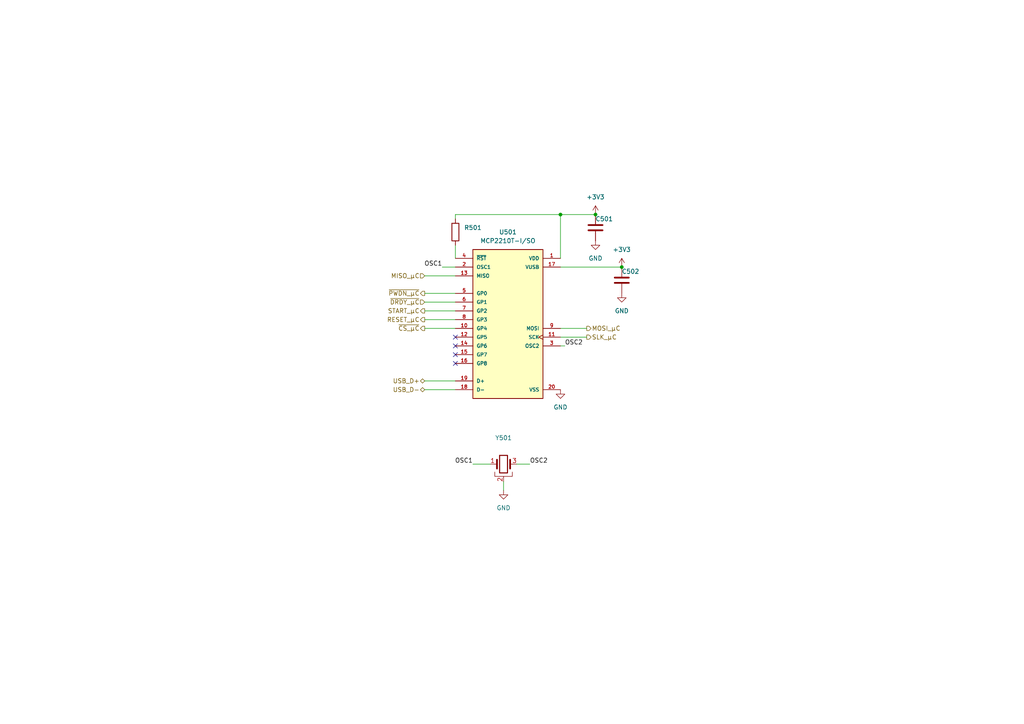
<source format=kicad_sch>
(kicad_sch (version 20211123) (generator eeschema)
  (paper "A4")
  (lib_symbols
    (symbol "Device:C" (pin_numbers hide) (pin_names (offset 0.254))
      (property "Reference" "C" (at 0.635 2.54 0))
      (property "Value" "C" (at 0.635 -2.54 0))
      (symbol "C_0_1"
        (polyline (pts (xy -2.032 -0.762) (xy 2.032 -0.762)) (stroke (width 0.508)))
        (polyline (pts (xy -2.032 0.762) (xy 2.032 0.762)) (stroke (width 0.508)))
      )
      (symbol "C_1_1"
        (pin passive line (at 0 3.81 270) (length 2.794) (name "~") (number "1"))
        (pin passive line (at 0 -3.81 90) (length 2.794) (name "~") (number "2"))
      )
    )
    (symbol "Device:Crystal_GND2" (pin_names (offset 1.016) hide)
      (property "Reference" "Y" (at 0 5.715 0))
      (property "Value" "Crystal_GND2" (at 0 3.81 0))
      (symbol "Crystal_GND2_0_1"
        (rectangle (start -1.143 2.54) (end 1.143 -2.54) (stroke (width 0.3048)))
        (polyline (pts (xy -2.54 0) (xy -1.905 0)))
        (polyline (pts (xy -1.905 -1.27) (xy -1.905 1.27)) (stroke (width 0.508)))
        (polyline (pts (xy 0 -3.81) (xy 0 -3.556)))
        (polyline (pts (xy 1.905 0) (xy 2.54 0)))
        (polyline (pts (xy 1.905 1.27) (xy 1.905 -1.27)) (stroke (width 0.508)))
        (polyline (pts (xy -2.54 -2.286) (xy -2.54 -3.556) (xy 2.54 -3.556) (xy 2.54 -2.286)))
      )
      (symbol "Crystal_GND2_1_1"
        (pin passive line (at -3.81 0 0) (length 1.27) (name "1") (number "1"))
        (pin passive line (at 0 -5.08 90) (length 1.27) (name "2") (number "2"))
        (pin passive line (at 3.81 0 180) (length 1.27) (name "3") (number "3"))
      )
    )
    (symbol "Device:R" (pin_numbers hide) (pin_names (offset 0))
      (property "Reference" "R" (at 2.032 0 90))
      (property "Value" "R" (at 0 0 90))
      (symbol "R_0_1"
        (rectangle (start -1.016 -2.54) (end 1.016 2.54) (stroke (width 0.254)))
      )
      (symbol "R_1_1"
        (pin passive line (at 0 3.81 270) (length 1.27) (name "~") (number "1"))
        (pin passive line (at 0 -3.81 90) (length 1.27) (name "~") (number "2"))
      )
    )
    (symbol "MCP2210T-I_SO:MCP2210T-I{slash}SO" (pin_names (offset 1.016))
      (property "Reference" "U" (at -9.9314 20.8788 0))
      (property "Value" "MCP2210T-I{slash}SO" (at -9.6774 -24.7142 0))
      (symbol "MCP2210T-I{slash}SO_0_0"
        (rectangle (start -10.16 -22.86) (end 10.16 20.32) (stroke (width 0.254)) (fill (type background)))
        (pin power_in line (at 15.24 17.78 180) (length 5.08) (name "VDD") (number "1"))
        (pin bidirectional line (at -15.24 -2.54 0) (length 5.08) (name "GP4") (number "10"))
        (pin output clock (at 15.24 -5.08 180) (length 5.08) (name "SCK") (number "11"))
        (pin bidirectional line (at -15.24 -5.08 0) (length 5.08) (name "GP5") (number "12"))
        (pin input line (at -15.24 12.7 0) (length 5.08) (name "MISO") (number "13"))
        (pin bidirectional line (at -15.24 -7.62 0) (length 5.08) (name "GP6") (number "14"))
        (pin bidirectional line (at -15.24 -10.16 0) (length 5.08) (name "GP7") (number "15"))
        (pin bidirectional line (at -15.24 -12.7 0) (length 5.08) (name "GP8") (number "16"))
        (pin power_in line (at 15.24 15.24 180) (length 5.08) (name "VUSB") (number "17"))
        (pin bidirectional line (at -15.24 -20.32 0) (length 5.08) (name "D-") (number "18"))
        (pin bidirectional line (at -15.24 -17.78 0) (length 5.08) (name "D+") (number "19"))
        (pin input line (at -15.24 15.24 0) (length 5.08) (name "OSC1") (number "2"))
        (pin power_in line (at 15.24 -20.32 180) (length 5.08) (name "VSS") (number "20"))
        (pin output line (at 15.24 -7.62 180) (length 5.08) (name "OSC2") (number "3"))
        (pin input line (at -15.24 17.78 0) (length 5.08) (name "~{RST}") (number "4"))
        (pin bidirectional line (at -15.24 7.62 0) (length 5.08) (name "GP0") (number "5"))
        (pin bidirectional line (at -15.24 5.08 0) (length 5.08) (name "GP1") (number "6"))
        (pin bidirectional line (at -15.24 2.54 0) (length 5.08) (name "GP2") (number "7"))
        (pin bidirectional line (at -15.24 0 0) (length 5.08) (name "GP3") (number "8"))
        (pin output line (at 15.24 -2.54 180) (length 5.08) (name "MOSI") (number "9"))
      )
    )
    (symbol "power:+3.3V" (power) (pin_names (offset 0))
      (property "Value" "+3.3V" (at 0 3.556 0))
      (symbol "+3.3V_0_1"
        (polyline (pts (xy -0.762 1.27) (xy 0 2.54)))
        (polyline (pts (xy 0 0) (xy 0 2.54)))
        (polyline (pts (xy 0 2.54) (xy 0.762 1.27)))
      )
      (symbol "+3.3V_1_1"
        (pin power_in line (at 0 0 90) (length 0) hide (name "+3V3") (number "1"))
      )
    )
    (symbol "power:GND" (power) (pin_names (offset 0))
      (property "Value" "GND" (at 0 -3.81 0))
      (symbol "GND_0_1"
        (polyline (pts (xy 0 0) (xy 0 -1.27) (xy 1.27 -1.27) (xy 0 -2.54) (xy -1.27 -1.27) (xy 0 -1.27)))
      )
      (symbol "GND_1_1"
        (pin power_in line (at 0 0 270) (length 0) hide (name "GND") (number "1"))
      )
    )
  )
  (junction (at 162.56 62.23))
  (junction (at 172.72 62.23))
  (junction (at 180.34 77.47))
  (no_connect (at 132.08 105.41))
  (no_connect (at 132.08 102.87))
  (no_connect (at 132.08 97.79))
  (no_connect (at 132.08 100.33))
  (wire (pts (xy 132.08 63.5) (xy 132.08 62.23)))
  (wire (pts (xy 162.56 62.23) (xy 162.56 74.93)))
  (wire (pts (xy 149.86 134.62) (xy 153.67 134.62)))
  (wire (pts (xy 123.19 85.09) (xy 132.08 85.09)))
  (wire (pts (xy 162.56 77.47) (xy 180.34 77.47)))
  (wire (pts (xy 162.56 97.79) (xy 170.18 97.79)))
  (wire (pts (xy 123.19 113.03) (xy 132.08 113.03)))
  (wire (pts (xy 132.08 71.12) (xy 132.08 74.93)))
  (wire (pts (xy 162.56 95.25) (xy 170.18 95.25)))
  (wire (pts (xy 123.19 110.49) (xy 132.08 110.49)))
  (wire (pts (xy 162.56 62.23) (xy 172.72 62.23)))
  (wire (pts (xy 128.27 77.47) (xy 132.08 77.47)))
  (wire (pts (xy 123.19 90.17) (xy 132.08 90.17)))
  (wire (pts (xy 132.08 62.23) (xy 162.56 62.23)))
  (wire (pts (xy 123.19 80.01) (xy 132.08 80.01)))
  (wire (pts (xy 123.19 87.63) (xy 132.08 87.63)))
  (wire (pts (xy 123.19 95.25) (xy 132.08 95.25)))
  (wire (pts (xy 146.05 139.7) (xy 146.05 142.24)))
  (wire (pts (xy 123.19 92.71) (xy 132.08 92.71)))
  (wire (pts (xy 162.56 100.33) (xy 163.83 100.33)))
  (wire (pts (xy 137.16 134.62) (xy 142.24 134.62)))
  (label "OSC1" (at 128.27 77.47 180))
  (label "OSC2" (at 153.67 134.62 0))
  (label "OSC2" (at 163.83 100.33 0))
  (label "OSC1" (at 137.16 134.62 180))
  (hierarchical_label "USB_D-" (shape bidirectional) (at 123.19 113.03 180))
  (hierarchical_label "SLK_µC" (shape output) (at 170.18 97.79 0))
  (hierarchical_label "START_µC" (shape output) (at 123.19 90.17 180))
  (hierarchical_label "MISO_µC" (shape input) (at 123.19 80.01 180))
  (hierarchical_label "~{DRDY_µC}" (shape input) (at 123.19 87.63 180))
  (hierarchical_label "~{CS_µC}" (shape output) (at 123.19 95.25 180))
  (hierarchical_label "RESET_µC" (shape output) (at 123.19 92.71 180))
  (hierarchical_label "~{PWDN_µC}" (shape output) (at 123.19 85.09 180))
  (hierarchical_label "USB_D+" (shape bidirectional) (at 123.19 110.49 180))
  (hierarchical_label "MOSI_µC" (shape output) (at 170.18 95.25 0))
  (symbol (lib_id "Device:C") (at 172.72 66.04 0) (unit 1)
    (property "Reference" "C501" (at 175.26 63.5 0))
  )
  (symbol (lib_id "power:GND") (at 146.05 142.24 0) (unit 1)
    (property "Reference" "#PWR0501" (effects hide))
  )
  (symbol (lib_id "power:+3.3V") (at 180.34 77.47 0) (unit 1)
    (property "Reference" "#PWR0505" (effects hide))
  )
  (symbol (lib_id "MCP2210T-I_SO:MCP2210T-I{slash}SO") (at 147.32 92.71 0) (unit 1)
    (property "Reference" "U501" (at 147.32 67.31 0))
    (property "Value" "MCP2210T-I/SO" (at 147.32 69.85 0))
    (property "Footprint" "SOIC127P1030X265-20N" (effects hide))
    (property "MANUFACTURER" "Microchip" (effects hide))
  )
  (symbol (lib_id "power:GND") (at 172.72 69.85 0) (unit 1)
    (property "Reference" "#PWR0504" (effects hide))
  )
  (symbol (lib_id "Device:C") (at 180.34 81.28 0) (unit 1)
    (property "Reference" "C502" (at 182.88 78.74 0))
  )
  (symbol (lib_id "power:GND") (at 180.34 85.09 0) (unit 1)
    (property "Reference" "#PWR0506" (effects hide))
  )
  (symbol (lib_id "Device:Crystal_GND2") (at 146.05 134.62 0) (unit 1)
    (property "Reference" "Y501" (at 146.05 127 0))
  )
  (symbol (lib_id "power:+3.3V") (at 172.72 62.23 0) (unit 1)
    (property "Reference" "#PWR0503" (effects hide))
  )
  (symbol (lib_id "Device:R") (at 132.08 67.31 0) (unit 1)
    (property "Reference" "R501" (at 134.62 66.0399 0) (effects (justify left)))
  )
  (symbol (lib_id "power:GND") (at 162.56 113.03 0) (unit 1)
    (property "Reference" "#PWR0502" (effects hide))
  )
)
</source>
